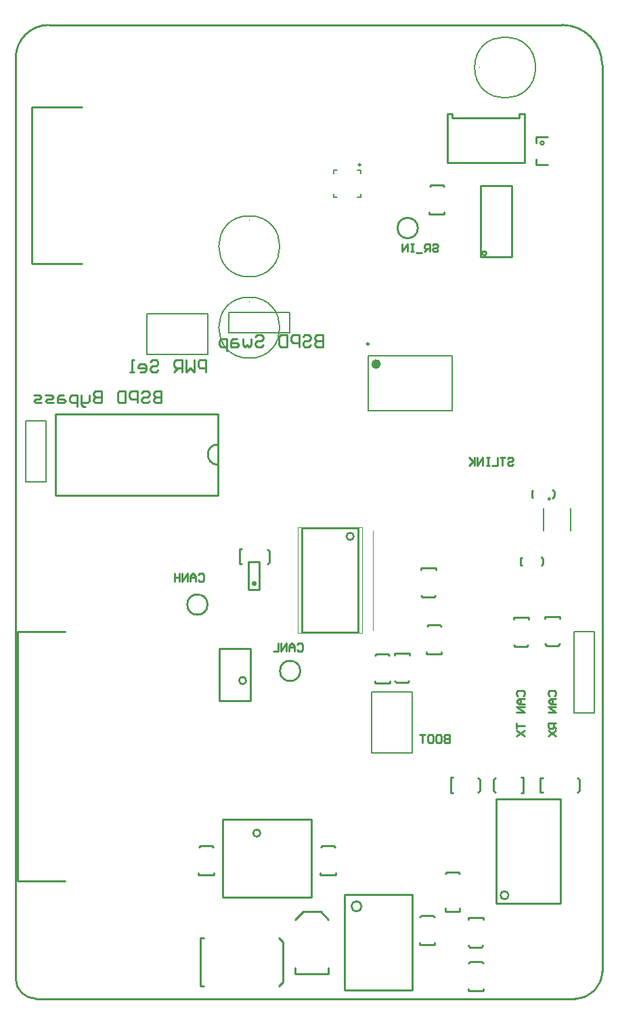
<source format=gbo>
G04*
G04 #@! TF.GenerationSoftware,Altium Limited,Altium Designer,22.8.2 (66)*
G04*
G04 Layer_Color=32896*
%FSLAX44Y44*%
%MOMM*%
G71*
G04*
G04 #@! TF.SameCoordinates,B0619A4A-581E-4249-BB79-A942B5E0D796*
G04*
G04*
G04 #@! TF.FilePolarity,Positive*
G04*
G01*
G75*
%ADD10C,0.6000*%
%ADD11C,0.2500*%
%ADD12C,0.2000*%
%ADD13C,0.2540*%
%ADD16C,0.0254*%
%ADD17C,0.0500*%
%ADD119C,0.1000*%
D10*
X453750Y792750D02*
G03*
X453750Y792750I-3000J0D01*
G01*
D11*
X441550Y817750D02*
G03*
X441550Y817750I-1250J0D01*
G01*
X431318Y1041808D02*
G03*
X431318Y1041808I-1250J0D01*
G01*
X668660Y624372D02*
G03*
X668660Y624372I-1250J0D01*
G01*
D12*
X650200Y1163300D02*
G03*
X574000Y1163300I-38100J0D01*
G01*
D02*
G03*
X650200Y1163300I38100J0D01*
G01*
X292100Y901700D02*
G03*
X292100Y977900I0J38100D01*
G01*
D02*
G03*
X292100Y901700I0J-38100D01*
G01*
X292100Y800100D02*
G03*
X292100Y876300I0J38100D01*
G01*
D02*
G03*
X292100Y800100I0J-38100D01*
G01*
X545750Y734750D02*
Y802750D01*
X440750Y734750D02*
Y802750D01*
Y734750D02*
X545750D01*
X440750Y802750D02*
X545750D01*
X427318Y1035308D02*
X431568D01*
Y1031058D02*
Y1035308D01*
Y1001308D02*
Y1005558D01*
X427318Y1001308D02*
X431568D01*
X397568D02*
X401818D01*
X397568D02*
Y1005558D01*
Y1035308D02*
X401818D01*
X397568Y1031058D02*
Y1035308D01*
X266700Y831850D02*
Y857250D01*
Y831850D02*
X342900D01*
Y857250D01*
X266700D02*
X342900D01*
X12700Y722122D02*
X38100D01*
X12700Y645922D02*
Y722122D01*
Y645922D02*
X38100D01*
Y722122D01*
X240658Y804470D02*
Y855270D01*
X164458Y804470D02*
Y855270D01*
Y804470D02*
X240658D01*
X164458Y855270D02*
X240658D01*
X191975D02*
X240658D01*
X445210Y307340D02*
X496010D01*
X445210Y383540D02*
X496010D01*
X445210Y307340D02*
Y383540D01*
X496010Y307340D02*
Y383540D01*
Y307340D02*
Y356023D01*
X659910Y584597D02*
Y612597D01*
X693910Y584597D02*
Y612597D01*
X697940Y356870D02*
X723340D01*
Y458470D01*
X697940Y356870D02*
Y458470D01*
X723340D01*
D13*
X239950Y492250D02*
G03*
X239950Y492250I-12700J0D01*
G01*
X422664Y577478D02*
G03*
X422664Y577478I-4472J0D01*
G01*
X660570Y1069033D02*
G03*
X660570Y1069033I-2000J0D01*
G01*
X300290Y518574D02*
G03*
X300290Y518574I-2000J0D01*
G01*
X288262Y397350D02*
G03*
X288262Y397350I-4472J0D01*
G01*
X355854Y409448D02*
G03*
X355854Y409448I-12700J0D01*
G01*
X502920Y962660D02*
G03*
X502920Y962660I-12700J0D01*
G01*
X252984Y692404D02*
G03*
X252984Y667004I0J-12700D01*
G01*
X616350Y129150D02*
G03*
X616350Y129150I-5000J0D01*
G01*
X432600Y115250D02*
G03*
X432600Y115250I-6350J0D01*
G01*
X305972Y206693D02*
G03*
X305972Y206693I-4472J0D01*
G01*
X588720Y931164D02*
G03*
X588720Y931164I-2540J0D01*
G01*
X1960Y458590D02*
X61960D01*
X1960Y147090D02*
X61960D01*
X1960D02*
Y458590D01*
X358192Y457454D02*
Y587756D01*
Y457454D02*
X428192D01*
X358192Y587756D02*
X428192D01*
Y457454D02*
Y587756D01*
X651070Y1041533D02*
Y1048753D01*
X651070Y1069313D02*
Y1076533D01*
X651070Y1041533D02*
X665070D01*
X651070Y1076533D02*
X665070D01*
X651070Y1076533D02*
X651070Y1076533D01*
X304790Y511074D02*
Y546074D01*
X290790Y511074D02*
X290790Y511074D01*
X304790D01*
X290790Y511074D02*
Y546074D01*
X304790D01*
X316974Y545212D02*
Y559180D01*
X280458Y561696D02*
X282958D01*
X280458Y542906D02*
Y561696D01*
Y542906D02*
X282958D01*
X314958Y543196D02*
X316974Y545212D01*
X314958Y561196D02*
X316974Y559180D01*
X293290Y372350D02*
Y437350D01*
X254290D02*
X293290D01*
X254290Y372350D02*
Y437350D01*
Y372350D02*
X293290D01*
X516256Y467342D02*
X530224D01*
X513740Y430826D02*
Y433326D01*
Y430826D02*
X532530D01*
Y433326D01*
X530224Y467342D02*
X532240Y465326D01*
X514240D02*
X516256Y467342D01*
X252984Y628904D02*
Y730504D01*
X49784Y628904D02*
X252984D01*
X49784D02*
Y730504D01*
X252984D01*
X597934Y259821D02*
X599950Y257805D01*
X597934Y273789D02*
X599950Y275805D01*
X631950Y276095D02*
X634450D01*
Y257305D02*
Y276095D01*
X631950Y257305D02*
X634450D01*
X597934Y259821D02*
Y273789D01*
X580400Y259611D02*
Y273579D01*
X543884Y276095D02*
X546384D01*
X543884Y257305D02*
Y276095D01*
Y257305D02*
X546384D01*
X578384Y257595D02*
X580400Y259611D01*
X578384Y275595D02*
X580400Y273579D01*
X704750Y259700D02*
Y273700D01*
X655750Y275732D02*
X659750D01*
X655750Y257700D02*
Y275732D01*
Y257700D02*
X659750D01*
X702750D02*
X704750Y259700D01*
X702750Y275700D02*
X704750Y273700D01*
X566564Y44448D02*
X568580Y46464D01*
X582548D02*
X584564Y44448D01*
X584854Y9948D02*
Y12448D01*
X566064Y9948D02*
X584854D01*
X566064D02*
Y12448D01*
X568580Y46464D02*
X582548D01*
X568318Y64262D02*
X582286D01*
X584802Y98278D02*
Y100778D01*
X566012D02*
X584802D01*
X566012Y98278D02*
Y100778D01*
X566302Y66278D02*
X568318Y64262D01*
X582286D02*
X584302Y66278D01*
X601350Y119150D02*
X681350D01*
X601350D02*
Y249150D01*
X681350D01*
Y119150D02*
Y249150D01*
X411250Y130250D02*
X496250D01*
Y10250D02*
Y130250D01*
X411250Y10250D02*
X496250D01*
X411250D02*
Y130250D01*
X539100Y158050D02*
X553100D01*
X537068Y109050D02*
Y113050D01*
Y109050D02*
X555100D01*
Y113050D01*
X553100Y158050D02*
X555100Y156050D01*
X537100D02*
X539100Y158050D01*
X505612Y101870D02*
X507628Y103886D01*
X521596D02*
X523612Y101870D01*
X523902Y67370D02*
Y69870D01*
X505112Y67370D02*
X523902D01*
X505112D02*
Y69870D01*
X507628Y103886D02*
X521596D01*
X229200Y188870D02*
X231216Y190886D01*
X245184D02*
X247200Y188870D01*
X247490Y154370D02*
Y156870D01*
X228700Y154370D02*
X247490D01*
X228700D02*
Y156870D01*
X231216Y190886D02*
X245184D01*
X258500Y224193D02*
X369500D01*
X258500Y126193D02*
Y224193D01*
Y126193D02*
X369500D01*
Y224193D01*
X381600Y188870D02*
X383616Y190886D01*
X397584D02*
X399600Y188870D01*
X399890Y154370D02*
Y156870D01*
X381100Y154370D02*
X399890D01*
X381100D02*
Y156870D01*
X383616Y190886D02*
X397584D01*
X349280Y30910D02*
X391280D01*
X360280Y108410D02*
X377280D01*
X349280Y98410D02*
X359280Y108410D01*
X381280D01*
X391280Y98410D01*
Y30910D02*
Y38410D01*
X349280Y30910D02*
Y38410D01*
X334550Y20870D02*
Y70870D01*
X329550Y75870D02*
X334550Y70870D01*
X329550Y15870D02*
X334550Y20870D01*
X230550Y75870D02*
X235550D01*
X230550Y15870D02*
X235550D01*
X230550D02*
Y75870D01*
X620470Y926592D02*
Y1015746D01*
X581354D02*
X620470D01*
X581354Y926592D02*
Y1015746D01*
Y926592D02*
X620470D01*
X545978Y1100308D02*
Y1105388D01*
X539628Y1044428D02*
X636148D01*
Y1105388D01*
X539628Y1044428D02*
Y1105388D01*
X545978Y1100308D02*
X629798D01*
Y1105388D01*
X636148D01*
X539628D02*
X545978D01*
X519766Y1016516D02*
X533734D01*
X517250Y980000D02*
Y982500D01*
Y980000D02*
X536040D01*
Y982500D01*
X533734Y1016516D02*
X535750Y1014500D01*
X517750D02*
X519766Y1016516D01*
X20468Y1114024D02*
X82468D01*
X20468Y918024D02*
X82468D01*
X20468D02*
Y1114024D01*
X645410Y625920D02*
X646910D01*
X645410D02*
Y634920D01*
X646910D01*
X673410Y627420D02*
Y633420D01*
X671410Y635420D02*
X673410Y633420D01*
X671410Y625420D02*
X673410Y627420D01*
X631304Y541743D02*
X632804D01*
X631304D02*
Y550742D01*
X632804D01*
X659304Y543242D02*
Y549243D01*
X657304Y551242D02*
X659304Y549243D01*
X657304Y541242D02*
X659304Y543242D01*
X490032Y394734D02*
X492048Y396750D01*
X474048D02*
X476064Y394734D01*
X473758Y428750D02*
Y431250D01*
X492548D01*
Y428750D02*
Y431250D01*
X476064Y394734D02*
X490032D01*
X449470Y428750D02*
X451486Y430766D01*
X465454D02*
X467470Y428750D01*
X467760Y394250D02*
Y396750D01*
X448970Y394250D02*
X467760D01*
X448970D02*
Y396750D01*
X451486Y430766D02*
X465454D01*
X522984Y501734D02*
X525000Y503750D01*
X507000D02*
X509016Y501734D01*
X506710Y535750D02*
Y538250D01*
X525500D01*
Y535750D02*
Y538250D01*
X509016Y501734D02*
X522984D01*
X624916Y439669D02*
X638884D01*
X641400Y473684D02*
Y476184D01*
X622610D02*
X641400D01*
X622610Y473684D02*
Y476184D01*
X622900Y441684D02*
X624916Y439669D01*
X638884D02*
X640900Y441684D01*
X664286Y440939D02*
X678254D01*
X680770Y474954D02*
Y477454D01*
X661980D02*
X680770D01*
X661980Y474954D02*
Y477454D01*
X662270Y442954D02*
X664286Y440939D01*
X678254D02*
X680270Y442954D01*
X228413Y529832D02*
X230079Y531498D01*
X233411D01*
X235077Y529832D01*
Y523168D01*
X233411Y521502D01*
X230079D01*
X228413Y523168D01*
X225081Y521502D02*
Y528166D01*
X221748Y531498D01*
X218416Y528166D01*
Y521502D01*
Y526500D01*
X225081D01*
X215084Y521502D02*
Y531498D01*
X208419Y521502D01*
Y531498D01*
X205087D02*
Y521502D01*
Y526500D01*
X198423D01*
Y531498D01*
Y521502D01*
X237985Y782752D02*
Y797748D01*
X230487D01*
X227988Y795248D01*
Y790250D01*
X230487Y787751D01*
X237985D01*
X222990Y797748D02*
Y782752D01*
X217991Y787751D01*
X212993Y782752D01*
Y797748D01*
X207994Y782752D02*
Y797748D01*
X200497D01*
X197998Y795248D01*
Y790250D01*
X200497Y787751D01*
X207994D01*
X202996D02*
X197998Y782752D01*
X168007Y795248D02*
X170506Y797748D01*
X175505D01*
X178004Y795248D01*
Y792749D01*
X175505Y790250D01*
X170506D01*
X168007Y787751D01*
Y785252D01*
X170506Y782752D01*
X175505D01*
X178004Y785252D01*
X155511Y782752D02*
X160510D01*
X163009Y785252D01*
Y790250D01*
X160510Y792749D01*
X155511D01*
X153012Y790250D01*
Y787751D01*
X163009D01*
X148014Y782752D02*
X143015D01*
X145515D01*
Y797748D01*
X148014D01*
X615583Y674319D02*
X617250Y675985D01*
X620582D01*
X622248Y674319D01*
Y672653D01*
X620582Y670986D01*
X617250D01*
X615583Y669320D01*
Y667654D01*
X617250Y665988D01*
X620582D01*
X622248Y667654D01*
X612251Y675985D02*
X605587D01*
X608919D01*
Y665988D01*
X602254Y675985D02*
Y665988D01*
X595590D01*
X592258Y675985D02*
X588925D01*
X590592D01*
Y665988D01*
X592258D01*
X588925D01*
X583927D02*
Y675985D01*
X577262Y665988D01*
Y675985D01*
X573930D02*
Y665988D01*
Y669320D01*
X567266Y675985D01*
X572264Y670986D01*
X567266Y665988D01*
X521288Y941425D02*
X522954Y943092D01*
X526287D01*
X527953Y941425D01*
Y939759D01*
X526287Y938093D01*
X522954D01*
X521288Y936427D01*
Y934761D01*
X522954Y933095D01*
X526287D01*
X527953Y934761D01*
X517956Y933095D02*
Y943092D01*
X512957D01*
X511291Y941425D01*
Y938093D01*
X512957Y936427D01*
X517956D01*
X514624D02*
X511291Y933095D01*
X507959Y931429D02*
X501295D01*
X497962Y943092D02*
X494630D01*
X496296D01*
Y933095D01*
X497962D01*
X494630D01*
X489632D02*
Y943092D01*
X482967Y933095D01*
Y943092D01*
X352023Y442498D02*
X353689Y444164D01*
X357021D01*
X358687Y442498D01*
Y435834D01*
X357021Y434168D01*
X353689D01*
X352023Y435834D01*
X348691Y434168D02*
Y440832D01*
X345358Y444164D01*
X342026Y440832D01*
Y434168D01*
Y439166D01*
X348691D01*
X338694Y434168D02*
Y444164D01*
X332029Y434168D01*
Y444164D01*
X328697D02*
Y434168D01*
X322033D01*
X384229Y829247D02*
Y814252D01*
X376731D01*
X374232Y816751D01*
Y819250D01*
X376731Y821749D01*
X384229D01*
X376731D01*
X374232Y824248D01*
Y826748D01*
X376731Y829247D01*
X384229D01*
X359237Y826748D02*
X361736Y829247D01*
X366735D01*
X369234Y826748D01*
Y824248D01*
X366735Y821749D01*
X361736D01*
X359237Y819250D01*
Y816751D01*
X361736Y814252D01*
X366735D01*
X369234Y816751D01*
X354239Y814252D02*
Y829247D01*
X346741D01*
X344242Y826748D01*
Y821749D01*
X346741Y819250D01*
X354239D01*
X339244Y829247D02*
Y814252D01*
X331746D01*
X329247Y816751D01*
Y826748D01*
X331746Y829247D01*
X339244D01*
X299256Y826748D02*
X301756Y829247D01*
X306754D01*
X309253Y826748D01*
Y824248D01*
X306754Y821749D01*
X301756D01*
X299256Y819250D01*
Y816751D01*
X301756Y814252D01*
X306754D01*
X309253Y816751D01*
X294258Y824248D02*
Y816751D01*
X291759Y814252D01*
X289260Y816751D01*
X286761Y814252D01*
X284261Y816751D01*
Y824248D01*
X276764D02*
X271765D01*
X269266Y821749D01*
Y814252D01*
X276764D01*
X279263Y816751D01*
X276764Y819250D01*
X269266D01*
X264268Y809253D02*
Y824248D01*
X256770D01*
X254271Y821749D01*
Y816751D01*
X256770Y814252D01*
X264268D01*
X182224Y759247D02*
Y744252D01*
X174727D01*
X172227Y746751D01*
Y749250D01*
X174727Y751749D01*
X182224D01*
X174727D01*
X172227Y754248D01*
Y756748D01*
X174727Y759247D01*
X182224D01*
X157232Y756748D02*
X159731Y759247D01*
X164730D01*
X167229Y756748D01*
Y754248D01*
X164730Y751749D01*
X159731D01*
X157232Y749250D01*
Y746751D01*
X159731Y744252D01*
X164730D01*
X167229Y746751D01*
X152234Y744252D02*
Y759247D01*
X144736D01*
X142237Y756748D01*
Y751749D01*
X144736Y749250D01*
X152234D01*
X137239Y759247D02*
Y744252D01*
X129741D01*
X127242Y746751D01*
Y756748D01*
X129741Y759247D01*
X137239D01*
X107248D02*
Y744252D01*
X99751D01*
X97252Y746751D01*
Y749250D01*
X99751Y751749D01*
X107248D01*
X99751D01*
X97252Y754248D01*
Y756748D01*
X99751Y759247D01*
X107248D01*
X92253Y754248D02*
Y746751D01*
X89754Y744252D01*
X82256D01*
Y741752D01*
X84756Y739253D01*
X87255D01*
X82256Y744252D02*
Y754248D01*
X77258Y739253D02*
Y754248D01*
X69760D01*
X67261Y751749D01*
Y746751D01*
X69760Y744252D01*
X77258D01*
X59764Y754248D02*
X54765D01*
X52266Y751749D01*
Y744252D01*
X59764D01*
X62263Y746751D01*
X59764Y749250D01*
X52266D01*
X47268Y744252D02*
X39770D01*
X37271Y746751D01*
X39770Y749250D01*
X44769D01*
X47268Y751749D01*
X44769Y754248D01*
X37271D01*
X32273Y744252D02*
X24775D01*
X22276Y746751D01*
X24775Y749250D01*
X29773D01*
X32273Y751749D01*
X29773Y754248D01*
X22276D01*
X542327Y329498D02*
Y319502D01*
X537329D01*
X535663Y321168D01*
Y322834D01*
X537329Y324500D01*
X542327D01*
X537329D01*
X535663Y326166D01*
Y327832D01*
X537329Y329498D01*
X542327D01*
X527332D02*
X530664D01*
X532331Y327832D01*
Y321168D01*
X530664Y319502D01*
X527332D01*
X525666Y321168D01*
Y327832D01*
X527332Y329498D01*
X517336D02*
X520668D01*
X522334Y327832D01*
Y321168D01*
X520668Y319502D01*
X517336D01*
X515669Y321168D01*
Y327832D01*
X517336Y329498D01*
X512337D02*
X505673D01*
X509005D01*
Y319502D01*
X628366Y377768D02*
X626700Y379434D01*
Y382766D01*
X628366Y384432D01*
X635030D01*
X636696Y382766D01*
Y379434D01*
X635030Y377768D01*
X636696Y374435D02*
X630032D01*
X626700Y371103D01*
X630032Y367771D01*
X636696D01*
X631698D01*
Y374435D01*
X636696Y364439D02*
X626700D01*
X636696Y357774D01*
X626700D01*
Y344445D02*
Y337781D01*
Y341113D01*
X636696D01*
X626700Y334448D02*
X636696Y327784D01*
X626700D02*
X636696Y334448D01*
X667482Y377768D02*
X665816Y379434D01*
Y382766D01*
X667482Y384432D01*
X674146D01*
X675812Y382766D01*
Y379434D01*
X674146Y377768D01*
X675812Y374435D02*
X669148D01*
X665816Y371103D01*
X669148Y367771D01*
X675812D01*
X670814D01*
Y374435D01*
X675812Y364439D02*
X665816D01*
X675812Y357774D01*
X665816D01*
X675812Y344445D02*
X665816D01*
Y339447D01*
X667482Y337781D01*
X670814D01*
X672480Y339447D01*
Y344445D01*
Y341113D02*
X675812Y337781D01*
X665816Y334448D02*
X675812Y327784D01*
X665816D02*
X675812Y334448D01*
X700000Y0D02*
G03*
X733500Y33500I0J33500D01*
G01*
X0Y25000D02*
G03*
X25000Y0I25000J0D01*
G01*
X41400Y1216400D02*
G03*
X0Y1175000I0J-41400D01*
G01*
X733500Y1166500D02*
G03*
X683600Y1216400I-49900J0D01*
G01*
X0Y25000D02*
Y1175000D01*
X25000Y0D02*
X700000D01*
X733500Y33500D02*
Y1166500D01*
X41400Y1216400D02*
X683600D01*
D16*
X446547Y460248D02*
Y584454D01*
D17*
X353250Y588476D02*
X433145D01*
X353250Y456438D02*
Y588476D01*
Y456438D02*
X433145D01*
Y588476D01*
D119*
X578900Y1163300D02*
G03*
X579900Y1163300I500J0D01*
G01*
D02*
G03*
X578900Y1163300I-500J0D01*
G01*
X292100Y973000D02*
G03*
X292100Y972000I0J-500D01*
G01*
D02*
G03*
X292100Y973000I0J500D01*
G01*
X292100Y871400D02*
G03*
X292100Y870400I0J-500D01*
G01*
D02*
G03*
X292100Y871400I0J500D01*
G01*
M02*

</source>
